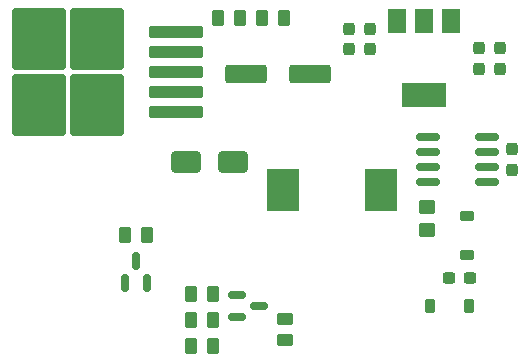
<source format=gbr>
%TF.GenerationSoftware,KiCad,Pcbnew,7.0.8*%
%TF.CreationDate,2024-04-14T20:32:09+02:00*%
%TF.ProjectId,LED_Driver,4c45445f-4472-4697-9665-722e6b696361,rev?*%
%TF.SameCoordinates,Original*%
%TF.FileFunction,Paste,Top*%
%TF.FilePolarity,Positive*%
%FSLAX46Y46*%
G04 Gerber Fmt 4.6, Leading zero omitted, Abs format (unit mm)*
G04 Created by KiCad (PCBNEW 7.0.8) date 2024-04-14 20:32:09*
%MOMM*%
%LPD*%
G01*
G04 APERTURE LIST*
G04 Aperture macros list*
%AMRoundRect*
0 Rectangle with rounded corners*
0 $1 Rounding radius*
0 $2 $3 $4 $5 $6 $7 $8 $9 X,Y pos of 4 corners*
0 Add a 4 corners polygon primitive as box body*
4,1,4,$2,$3,$4,$5,$6,$7,$8,$9,$2,$3,0*
0 Add four circle primitives for the rounded corners*
1,1,$1+$1,$2,$3*
1,1,$1+$1,$4,$5*
1,1,$1+$1,$6,$7*
1,1,$1+$1,$8,$9*
0 Add four rect primitives between the rounded corners*
20,1,$1+$1,$2,$3,$4,$5,0*
20,1,$1+$1,$4,$5,$6,$7,0*
20,1,$1+$1,$6,$7,$8,$9,0*
20,1,$1+$1,$8,$9,$2,$3,0*%
G04 Aperture macros list end*
%ADD10R,2.700000X3.600000*%
%ADD11RoundRect,0.250000X0.262500X0.450000X-0.262500X0.450000X-0.262500X-0.450000X0.262500X-0.450000X0*%
%ADD12RoundRect,0.150000X0.150000X-0.587500X0.150000X0.587500X-0.150000X0.587500X-0.150000X-0.587500X0*%
%ADD13RoundRect,0.250000X-0.450000X0.262500X-0.450000X-0.262500X0.450000X-0.262500X0.450000X0.262500X0*%
%ADD14RoundRect,0.250000X1.500000X0.550000X-1.500000X0.550000X-1.500000X-0.550000X1.500000X-0.550000X0*%
%ADD15RoundRect,0.237500X0.237500X-0.300000X0.237500X0.300000X-0.237500X0.300000X-0.237500X-0.300000X0*%
%ADD16RoundRect,0.237500X-0.237500X0.300000X-0.237500X-0.300000X0.237500X-0.300000X0.237500X0.300000X0*%
%ADD17RoundRect,0.250000X-0.262500X-0.450000X0.262500X-0.450000X0.262500X0.450000X-0.262500X0.450000X0*%
%ADD18R,1.500000X2.000000*%
%ADD19R,3.800000X2.000000*%
%ADD20RoundRect,0.237500X0.300000X0.237500X-0.300000X0.237500X-0.300000X-0.237500X0.300000X-0.237500X0*%
%ADD21RoundRect,0.250000X1.000000X0.650000X-1.000000X0.650000X-1.000000X-0.650000X1.000000X-0.650000X0*%
%ADD22RoundRect,0.225000X-0.375000X0.225000X-0.375000X-0.225000X0.375000X-0.225000X0.375000X0.225000X0*%
%ADD23RoundRect,0.150000X-0.825000X-0.150000X0.825000X-0.150000X0.825000X0.150000X-0.825000X0.150000X0*%
%ADD24RoundRect,0.150000X-0.587500X-0.150000X0.587500X-0.150000X0.587500X0.150000X-0.587500X0.150000X0*%
%ADD25RoundRect,0.225000X0.225000X0.375000X-0.225000X0.375000X-0.225000X-0.375000X0.225000X-0.375000X0*%
%ADD26RoundRect,0.250000X2.050000X0.300000X-2.050000X0.300000X-2.050000X-0.300000X2.050000X-0.300000X0*%
%ADD27RoundRect,0.250000X2.025000X2.375000X-2.025000X2.375000X-2.025000X-2.375000X2.025000X-2.375000X0*%
%ADD28RoundRect,0.250000X-0.450000X0.350000X-0.450000X-0.350000X0.450000X-0.350000X0.450000X0.350000X0*%
G04 APERTURE END LIST*
D10*
%TO.C,L1*%
X123450000Y-115800000D03*
X131750000Y-115800000D03*
%TD*%
D11*
%TO.C,R4*%
X111912500Y-119600000D03*
X110087500Y-119600000D03*
%TD*%
%TO.C,R6*%
X117512500Y-126800000D03*
X115687500Y-126800000D03*
%TD*%
D12*
%TO.C,Q1*%
X110050000Y-123675000D03*
X111950000Y-123675000D03*
X111000000Y-121800000D03*
%TD*%
D13*
%TO.C,R8*%
X123600000Y-126687500D03*
X123600000Y-128512500D03*
%TD*%
D14*
%TO.C,C2*%
X125700000Y-106000000D03*
X120300000Y-106000000D03*
%TD*%
D15*
%TO.C,C4*%
X142800000Y-114062500D03*
X142800000Y-112337500D03*
%TD*%
D11*
%TO.C,R5*%
X123512500Y-101200000D03*
X121687500Y-101200000D03*
%TD*%
D16*
%TO.C,C7*%
X130800000Y-102137500D03*
X130800000Y-103862500D03*
%TD*%
D17*
%TO.C,R1*%
X117975000Y-101200000D03*
X119800000Y-101200000D03*
%TD*%
D18*
%TO.C,U3*%
X133100000Y-101450000D03*
D19*
X135400000Y-107750000D03*
D18*
X135400000Y-101450000D03*
X137700000Y-101450000D03*
%TD*%
D20*
%TO.C,C5*%
X139262500Y-123200000D03*
X137537500Y-123200000D03*
%TD*%
D21*
%TO.C,D1*%
X119200000Y-113400000D03*
X115200000Y-113400000D03*
%TD*%
D22*
%TO.C,D3*%
X139000000Y-117950000D03*
X139000000Y-121250000D03*
%TD*%
D23*
%TO.C,U2*%
X135725000Y-111295000D03*
X135725000Y-112565000D03*
X135725000Y-113835000D03*
X135725000Y-115105000D03*
X140675000Y-115105000D03*
X140675000Y-113835000D03*
X140675000Y-112565000D03*
X140675000Y-111295000D03*
%TD*%
D15*
%TO.C,C8*%
X140000000Y-105525000D03*
X140000000Y-103800000D03*
%TD*%
D16*
%TO.C,C6*%
X129000000Y-103862500D03*
X129000000Y-102137500D03*
%TD*%
D24*
%TO.C,Q3*%
X119525000Y-124650000D03*
X119525000Y-126550000D03*
X121400000Y-125600000D03*
%TD*%
D15*
%TO.C,C9*%
X141800000Y-105525000D03*
X141800000Y-103800000D03*
%TD*%
D17*
%TO.C,R7*%
X115687500Y-129000000D03*
X117512500Y-129000000D03*
%TD*%
D25*
%TO.C,D2*%
X139200000Y-125600000D03*
X135900000Y-125600000D03*
%TD*%
D26*
%TO.C,U1*%
X114400000Y-109200000D03*
X114400000Y-107500000D03*
X114400000Y-105800000D03*
D27*
X107675000Y-108575000D03*
X107675000Y-103025000D03*
X102825000Y-108575000D03*
X102825000Y-103025000D03*
D26*
X114400000Y-104100000D03*
X114400000Y-102400000D03*
%TD*%
D28*
%TO.C,R2*%
X135600000Y-117200000D03*
X135600000Y-119200000D03*
%TD*%
D11*
%TO.C,R3*%
X117512500Y-124600000D03*
X115687500Y-124600000D03*
%TD*%
M02*

</source>
